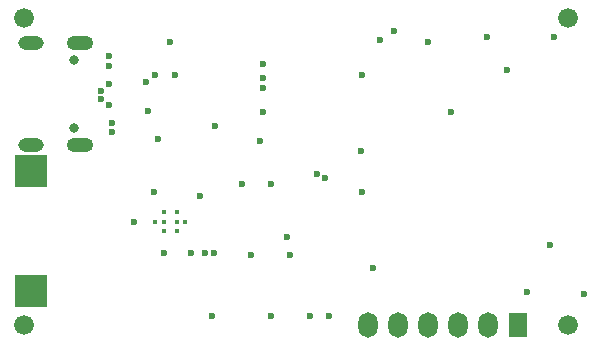
<source format=gbs>
G04 Layer_Color=16711935*
%FSLAX25Y25*%
%MOIN*%
G70*
G01*
G75*
%ADD65R,0.06496X0.08465*%
%ADD66O,0.06496X0.08465*%
%ADD67C,0.01772*%
%ADD68R,0.10591X0.10591*%
%ADD69C,0.06591*%
%ADD70C,0.03150*%
%ADD71O,0.08858X0.04724*%
%ADD72O,0.08465X0.04528*%
%ADD73C,0.02362*%
D65*
X172575Y8000D02*
D03*
D66*
X162575D02*
D03*
X152575D02*
D03*
X142575D02*
D03*
X132575D02*
D03*
X122575D02*
D03*
D67*
X51591Y42496D02*
D03*
X61630D02*
D03*
X54543Y45547D02*
D03*
Y39445D02*
D03*
Y42496D02*
D03*
X58677Y45547D02*
D03*
Y39445D02*
D03*
Y42496D02*
D03*
D68*
X10000Y59500D02*
D03*
Y19500D02*
D03*
D69*
X7874Y110236D02*
D03*
Y7874D02*
D03*
X188976D02*
D03*
Y110236D02*
D03*
D70*
X24488Y96378D02*
D03*
Y73622D02*
D03*
D71*
X26457Y67992D02*
D03*
Y102008D02*
D03*
D72*
X10000Y67992D02*
D03*
Y102008D02*
D03*
D73*
X36000Y81484D02*
D03*
X33500Y86000D02*
D03*
X36000Y88500D02*
D03*
X33500Y83500D02*
D03*
X49000Y79500D02*
D03*
X51500Y91500D02*
D03*
X48500Y89000D02*
D03*
X108000Y57000D02*
D03*
X131000Y106000D02*
D03*
X126457Y103043D02*
D03*
X87500Y90500D02*
D03*
X95500Y37500D02*
D03*
X105500Y58500D02*
D03*
X150000Y79000D02*
D03*
X183185Y34685D02*
D03*
X86500Y69500D02*
D03*
X103000Y11000D02*
D03*
X90000D02*
D03*
X120500Y91500D02*
D03*
X120000Y66000D02*
D03*
X56500Y102500D02*
D03*
X63500Y32000D02*
D03*
X52500Y70000D02*
D03*
X58000Y91500D02*
D03*
X70500Y11000D02*
D03*
X90000Y55000D02*
D03*
X80500D02*
D03*
X71500Y74500D02*
D03*
X36051Y97598D02*
D03*
X36000Y94449D02*
D03*
X68000Y32000D02*
D03*
X83500Y31500D02*
D03*
X37000Y72402D02*
D03*
Y75500D02*
D03*
X142500Y102500D02*
D03*
X162051Y104000D02*
D03*
X184449D02*
D03*
X168717Y93000D02*
D03*
X120500Y52502D02*
D03*
X44500Y42500D02*
D03*
X124000Y26912D02*
D03*
X109500Y11000D02*
D03*
X194500Y18500D02*
D03*
X175311Y19000D02*
D03*
X87500Y95000D02*
D03*
Y87000D02*
D03*
Y79000D02*
D03*
X96500Y31500D02*
D03*
X66500Y51000D02*
D03*
X54500Y32000D02*
D03*
X71000D02*
D03*
X51000Y52500D02*
D03*
M02*

</source>
